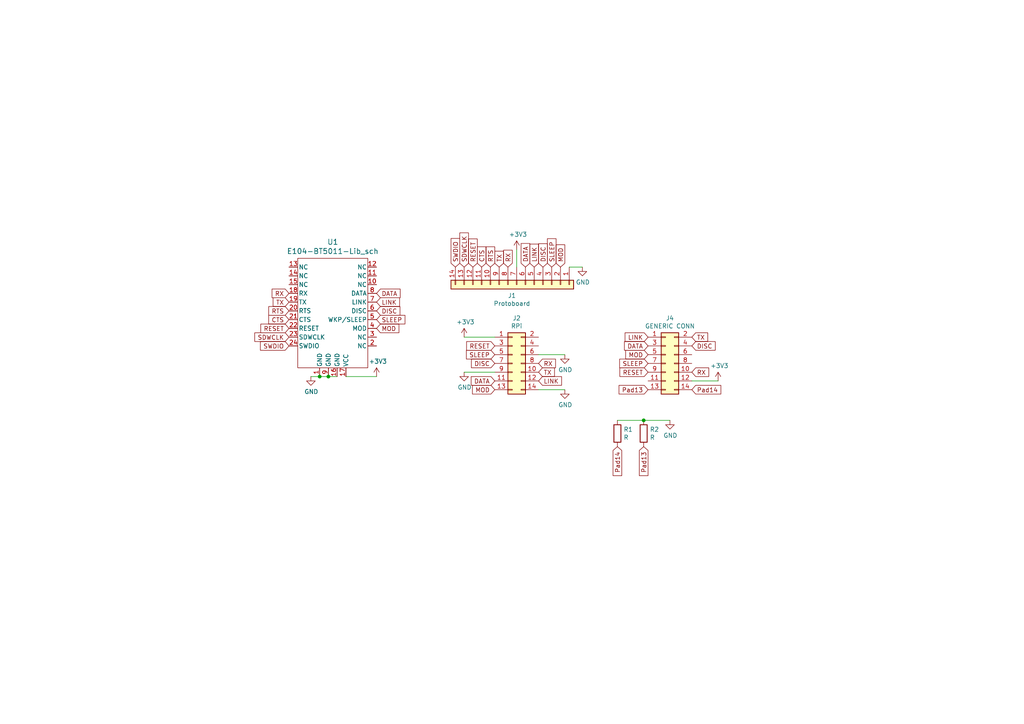
<source format=kicad_sch>
(kicad_sch (version 20230121) (generator eeschema)
  (paper "A4")
  (title_block (title "BT5011") (date "2021-11-23") (rev "v1.0") (comment 4 "Author: Luiz Oliveira"))
  (lib_symbols
    (symbol "BT5011_Generico-rescue:E104-BT5011-Lib_sch-MICRO-SOP_BLE-BT5011-rescue" (pin_names (offset 0.254))
      (property "Reference" "U" (at 2.54 27.94 0))
      (property "Value" "E104-BT5011-Lib_sch-MICRO-SOP_BLE-BT5011-rescue" (at 2.54 30.48 0))
      (symbol "E104-BT5011-Lib_sch-MICRO-SOP_BLE-BT5011-rescue_0_0"
        (pin bidirectional line (at -10.16 3.81 0) (length 2.54) (name "SDWCLK") (number "23"))
        (pin bidirectional line (at -10.16 1.27 0) (length 2.54) (name "SWDIO") (number "24"))
      )
      (symbol "E104-BT5011-Lib_sch-MICRO-SOP_BLE-BT5011-rescue_0_1"
        (rectangle (start -7.62 26.67) (end 12.7 -5.08))
      )
      (symbol "E104-BT5011-Lib_sch-MICRO-SOP_BLE-BT5011-rescue_1_1"
        (pin power_in line (at -1.27 -7.62 90) (length 2.54) (name "GND") (number "1"))
        (pin bidirectional line (at 15.24 19.05 180) (length 2.54) (name "NC") (number "10"))
        (pin bidirectional line (at 15.24 21.59 180) (length 2.54) (name "NC") (number "11"))
        (pin bidirectional line (at 15.24 24.13 180) (length 2.54) (name "NC") (number "12"))
        (pin bidirectional line (at -10.16 24.13 0) (length 2.54) (name "NC") (number "13"))
        (pin bidirectional line (at -10.16 21.59 0) (length 2.54) (name "NC") (number "14"))
        (pin bidirectional line (at -10.16 19.05 0) (length 2.54) (name "NC") (number "15"))
        (pin power_in line (at 3.81 -7.62 90) (length 2.54) (name "GND") (number "16"))
        (pin power_in line (at 6.35 -7.62 90) (length 2.54) (name "VCC") (number "17"))
        (pin bidirectional line (at -10.16 16.51 0) (length 2.54) (name "RX") (number "18"))
        (pin bidirectional line (at -10.16 13.97 0) (length 2.54) (name "TX") (number "19"))
        (pin bidirectional line (at 15.24 1.27 180) (length 2.54) (name "NC") (number "2"))
        (pin bidirectional line (at -10.16 11.43 0) (length 2.54) (name "RTS") (number "20"))
        (pin bidirectional line (at -10.16 8.89 0) (length 2.54) (name "CTS") (number "21"))
        (pin bidirectional line (at -10.16 6.35 0) (length 2.54) (name "RESET") (number "22"))
        (pin bidirectional line (at 15.24 3.81 180) (length 2.54) (name "NC") (number "3"))
        (pin bidirectional line (at 15.24 6.35 180) (length 2.54) (name "MOD") (number "4"))
        (pin bidirectional line (at 15.24 8.89 180) (length 2.54) (name "WKP/SLEEP") (number "5"))
        (pin bidirectional line (at 15.24 11.43 180) (length 2.54) (name "DISC") (number "6"))
        (pin bidirectional line (at 15.24 13.97 180) (length 2.54) (name "LINK") (number "7"))
        (pin bidirectional line (at 15.24 16.51 180) (length 2.54) (name "DATA") (number "8"))
        (pin power_in line (at 1.27 -7.62 90) (length 2.54) (name "GND") (number "9"))
      )
    )
    (symbol "Connector_Generic:Conn_01x14" (pin_names (offset 1.016) hide)
      (property "Reference" "J" (at 0 17.78 0))
      (property "Value" "Conn_01x14" (at 0 -20.32 0))
      (symbol "Conn_01x14_1_1"
        (rectangle (start -1.27 -17.653) (end 0 -17.907) (stroke (width 0.1524)))
        (rectangle (start -1.27 -15.113) (end 0 -15.367) (stroke (width 0.1524)))
        (rectangle (start -1.27 -12.573) (end 0 -12.827) (stroke (width 0.1524)))
        (rectangle (start -1.27 -10.033) (end 0 -10.287) (stroke (width 0.1524)))
        (rectangle (start -1.27 -7.493) (end 0 -7.747) (stroke (width 0.1524)))
        (rectangle (start -1.27 -4.953) (end 0 -5.207) (stroke (width 0.1524)))
        (rectangle (start -1.27 -2.413) (end 0 -2.667) (stroke (width 0.1524)))
        (rectangle (start -1.27 0.127) (end 0 -0.127) (stroke (width 0.1524)))
        (rectangle (start -1.27 2.667) (end 0 2.413) (stroke (width 0.1524)))
        (rectangle (start -1.27 5.207) (end 0 4.953) (stroke (width 0.1524)))
        (rectangle (start -1.27 7.747) (end 0 7.493) (stroke (width 0.1524)))
        (rectangle (start -1.27 10.287) (end 0 10.033) (stroke (width 0.1524)))
        (rectangle (start -1.27 12.827) (end 0 12.573) (stroke (width 0.1524)))
        (rectangle (start -1.27 15.367) (end 0 15.113) (stroke (width 0.1524)))
        (rectangle (start -1.27 16.51) (end 1.27 -19.05) (stroke (width 0.254)) (fill (type background)))
        (pin passive line (at -5.08 15.24 0) (length 3.81) (name "Pin_1") (number "1"))
        (pin passive line (at -5.08 -7.62 0) (length 3.81) (name "Pin_10") (number "10"))
        (pin passive line (at -5.08 -10.16 0) (length 3.81) (name "Pin_11") (number "11"))
        (pin passive line (at -5.08 -12.7 0) (length 3.81) (name "Pin_12") (number "12"))
        (pin passive line (at -5.08 -15.24 0) (length 3.81) (name "Pin_13") (number "13"))
        (pin passive line (at -5.08 -17.78 0) (length 3.81) (name "Pin_14") (number "14"))
        (pin passive line (at -5.08 12.7 0) (length 3.81) (name "Pin_2") (number "2"))
        (pin passive line (at -5.08 10.16 0) (length 3.81) (name "Pin_3") (number "3"))
        (pin passive line (at -5.08 7.62 0) (length 3.81) (name "Pin_4") (number "4"))
        (pin passive line (at -5.08 5.08 0) (length 3.81) (name "Pin_5") (number "5"))
        (pin passive line (at -5.08 2.54 0) (length 3.81) (name "Pin_6") (number "6"))
        (pin passive line (at -5.08 0 0) (length 3.81) (name "Pin_7") (number "7"))
        (pin passive line (at -5.08 -2.54 0) (length 3.81) (name "Pin_8") (number "8"))
        (pin passive line (at -5.08 -5.08 0) (length 3.81) (name "Pin_9") (number "9"))
      )
    )
    (symbol "Connector_Generic:Conn_02x07_Odd_Even" (pin_names (offset 1.016) hide)
      (property "Reference" "J" (at 1.27 10.16 0))
      (property "Value" "Conn_02x07_Odd_Even" (at 1.27 -10.16 0))
      (symbol "Conn_02x07_Odd_Even_1_1"
        (rectangle (start -1.27 -7.493) (end 0 -7.747) (stroke (width 0.1524)))
        (rectangle (start -1.27 -4.953) (end 0 -5.207) (stroke (width 0.1524)))
        (rectangle (start -1.27 -2.413) (end 0 -2.667) (stroke (width 0.1524)))
        (rectangle (start -1.27 0.127) (end 0 -0.127) (stroke (width 0.1524)))
        (rectangle (start -1.27 2.667) (end 0 2.413) (stroke (width 0.1524)))
        (rectangle (start -1.27 5.207) (end 0 4.953) (stroke (width 0.1524)))
        (rectangle (start -1.27 7.747) (end 0 7.493) (stroke (width 0.1524)))
        (rectangle (start -1.27 8.89) (end 3.81 -8.89) (stroke (width 0.254)) (fill (type background)))
        (rectangle (start 3.81 -7.493) (end 2.54 -7.747) (stroke (width 0.1524)))
        (rectangle (start 3.81 -4.953) (end 2.54 -5.207) (stroke (width 0.1524)))
        (rectangle (start 3.81 -2.413) (end 2.54 -2.667) (stroke (width 0.1524)))
        (rectangle (start 3.81 0.127) (end 2.54 -0.127) (stroke (width 0.1524)))
        (rectangle (start 3.81 2.667) (end 2.54 2.413) (stroke (width 0.1524)))
        (rectangle (start 3.81 5.207) (end 2.54 4.953) (stroke (width 0.1524)))
        (rectangle (start 3.81 7.747) (end 2.54 7.493) (stroke (width 0.1524)))
        (pin passive line (at -5.08 7.62 0) (length 3.81) (name "Pin_1") (number "1"))
        (pin passive line (at 7.62 -2.54 180) (length 3.81) (name "Pin_10") (number "10"))
        (pin passive line (at -5.08 -5.08 0) (length 3.81) (name "Pin_11") (number "11"))
        (pin passive line (at 7.62 -5.08 180) (length 3.81) (name "Pin_12") (number "12"))
        (pin passive line (at -5.08 -7.62 0) (length 3.81) (name "Pin_13") (number "13"))
        (pin passive line (at 7.62 -7.62 180) (length 3.81) (name "Pin_14") (number "14"))
        (pin passive line (at 7.62 7.62 180) (length 3.81) (name "Pin_2") (number "2"))
        (pin passive line (at -5.08 5.08 0) (length 3.81) (name "Pin_3") (number "3"))
        (pin passive line (at 7.62 5.08 180) (length 3.81) (name "Pin_4") (number "4"))
        (pin passive line (at -5.08 2.54 0) (length 3.81) (name "Pin_5") (number "5"))
        (pin passive line (at 7.62 2.54 180) (length 3.81) (name "Pin_6") (number "6"))
        (pin passive line (at -5.08 0 0) (length 3.81) (name "Pin_7") (number "7"))
        (pin passive line (at 7.62 0 180) (length 3.81) (name "Pin_8") (number "8"))
        (pin passive line (at -5.08 -2.54 0) (length 3.81) (name "Pin_9") (number "9"))
      )
    )
    (symbol "Device:R" (pin_numbers hide) (pin_names (offset 0))
      (property "Reference" "R" (at 2.032 0 90))
      (property "Value" "R" (at 0 0 90))
      (symbol "R_0_1"
        (rectangle (start -1.016 -2.54) (end 1.016 2.54) (stroke (width 0.254)))
      )
      (symbol "R_1_1"
        (pin passive line (at 0 3.81 270) (length 1.27) (name "~") (number "1"))
        (pin passive line (at 0 -3.81 90) (length 1.27) (name "~") (number "2"))
      )
    )
    (symbol "power:+3V3" (power) (pin_names (offset 0))
      (property "Value" "+3V3" (at 0 3.556 0))
      (symbol "+3V3_0_1"
        (polyline (pts (xy -0.762 1.27) (xy 0 2.54)))
        (polyline (pts (xy 0 0) (xy 0 2.54)))
        (polyline (pts (xy 0 2.54) (xy 0.762 1.27)))
      )
      (symbol "+3V3_1_1"
        (pin power_in line (at 0 0 90) (length 0) hide (name "+3V3") (number "1"))
      )
    )
    (symbol "power:GND" (power) (pin_names (offset 0))
      (property "Value" "GND" (at 0 -3.81 0))
      (symbol "GND_0_1"
        (polyline (pts (xy 0 0) (xy 0 -1.27) (xy 1.27 -1.27) (xy 0 -2.54) (xy -1.27 -1.27) (xy 0 -1.27)))
      )
      (symbol "GND_1_1"
        (pin power_in line (at 0 0 270) (length 0) hide (name "GND") (number "1"))
      )
    )
  )
  (junction (at 92.71 109.22))
  (junction (at 186.69 121.92))
  (junction (at 95.25 109.22))
  (wire (pts (xy 97.79 109.22) (xy 95.25 109.22)))
  (wire (pts (xy 200.66 110.49) (xy 208.28 110.49)))
  (wire (pts (xy 143.51 97.79) (xy 134.62 97.79)))
  (wire (pts (xy 143.51 107.95) (xy 134.62 107.95)))
  (wire (pts (xy 156.21 102.87) (xy 163.83 102.87)))
  (wire (pts (xy 186.69 121.92) (xy 194.31 121.92)))
  (wire (pts (xy 95.25 109.22) (xy 92.71 109.22)))
  (wire (pts (xy 156.21 113.03) (xy 163.83 113.03)))
  (wire (pts (xy 100.33 109.22) (xy 109.22 109.22)))
  (wire (pts (xy 165.1 77.47) (xy 168.91 77.47)))
  (wire (pts (xy 149.86 77.47) (xy 149.86 72.39)))
  (wire (pts (xy 179.07 121.92) (xy 186.69 121.92)))
  (wire (pts (xy 92.71 109.22) (xy 90.17 109.22)))
  (global_label "RTS" (shape input) (at 83.82 90.17 180) (property "Intersheetrefs" "${INTERSHEET_REFS}" (effects hide)))
  (global_label "LINK" (shape input) (at 156.21 110.49 0) (property "Intersheetrefs" "${INTERSHEET_REFS}" (effects hide)))
  (global_label "DISC" (shape input) (at 109.22 90.17 0) (property "Intersheetrefs" "${INTERSHEET_REFS}" (effects hide)))
  (global_label "Pad14" (shape input) (at 200.66 113.03 0) (property "Intersheetrefs" "${INTERSHEET_REFS}" (effects hide)))
  (global_label "TX" (shape input) (at 144.78 77.47 90) (property "Intersheetrefs" "${INTERSHEET_REFS}" (effects hide)))
  (global_label "SLEEP" (shape input) (at 160.02 77.47 90) (property "Intersheetrefs" "${INTERSHEET_REFS}" (effects hide)))
  (global_label "DISC" (shape input) (at 157.48 77.47 90) (property "Intersheetrefs" "${INTERSHEET_REFS}" (effects hide)))
  (global_label "DATA" (shape input) (at 152.4 77.47 90) (property "Intersheetrefs" "${INTERSHEET_REFS}" (effects hide)))
  (global_label "DISC" (shape input) (at 143.51 105.41 180) (property "Intersheetrefs" "${INTERSHEET_REFS}" (effects hide)))
  (global_label "LINK" (shape input) (at 187.96 97.79 180) (property "Intersheetrefs" "${INTERSHEET_REFS}" (effects hide)))
  (global_label "CTS" (shape input) (at 83.82 92.71 180) (property "Intersheetrefs" "${INTERSHEET_REFS}" (effects hide)))
  (global_label "RESET" (shape input) (at 187.96 107.95 180) (property "Intersheetrefs" "${INTERSHEET_REFS}" (effects hide)))
  (global_label "LINK" (shape input) (at 154.94 77.47 90) (property "Intersheetrefs" "${INTERSHEET_REFS}" (effects hide)))
  (global_label "RX" (shape input) (at 147.32 77.47 90) (property "Intersheetrefs" "${INTERSHEET_REFS}" (effects hide)))
  (global_label "SLEEP" (shape input) (at 109.22 92.71 0) (property "Intersheetrefs" "${INTERSHEET_REFS}" (effects hide)))
  (global_label "SWDIO" (shape input) (at 132.08 77.47 90) (property "Intersheetrefs" "${INTERSHEET_REFS}" (effects hide)))
  (global_label "RX" (shape input) (at 83.82 85.09 180) (property "Intersheetrefs" "${INTERSHEET_REFS}" (effects hide)))
  (global_label "SDWCLK" (shape input) (at 83.82 97.79 180) (property "Intersheetrefs" "${INTERSHEET_REFS}" (effects hide)))
  (global_label "DATA" (shape input) (at 143.51 110.49 180) (property "Intersheetrefs" "${INTERSHEET_REFS}" (effects hide)))
  (global_label "RESET" (shape input) (at 137.16 77.47 90) (property "Intersheetrefs" "${INTERSHEET_REFS}" (effects hide)))
  (global_label "MOD" (shape input) (at 162.56 77.47 90) (property "Intersheetrefs" "${INTERSHEET_REFS}" (effects hide)))
  (global_label "SLEEP" (shape input) (at 187.96 105.41 180) (property "Intersheetrefs" "${INTERSHEET_REFS}" (effects hide)))
  (global_label "TX" (shape input) (at 156.21 107.95 0) (property "Intersheetrefs" "${INTERSHEET_REFS}" (effects hide)))
  (global_label "RX" (shape input) (at 200.66 107.95 0) (property "Intersheetrefs" "${INTERSHEET_REFS}" (effects hide)))
  (global_label "CTS" (shape input) (at 139.7 77.47 90) (property "Intersheetrefs" "${INTERSHEET_REFS}" (effects hide)))
  (global_label "Pad14" (shape input) (at 179.07 129.54 270) (property "Intersheetrefs" "${INTERSHEET_REFS}" (effects hide)))
  (global_label "DATA" (shape input) (at 109.22 85.09 0) (property "Intersheetrefs" "${INTERSHEET_REFS}" (effects hide)))
  (global_label "MOD" (shape input) (at 187.96 102.87 180) (property "Intersheetrefs" "${INTERSHEET_REFS}" (effects hide)))
  (global_label "LINK" (shape input) (at 109.22 87.63 0) (property "Intersheetrefs" "${INTERSHEET_REFS}" (effects hide)))
  (global_label "Pad13" (shape input) (at 186.69 129.54 270) (property "Intersheetrefs" "${INTERSHEET_REFS}" (effects hide)))
  (global_label "RESET" (shape input) (at 83.82 95.25 180) (property "Intersheetrefs" "${INTERSHEET_REFS}" (effects hide)))
  (global_label "SLEEP" (shape input) (at 143.51 102.87 180) (property "Intersheetrefs" "${INTERSHEET_REFS}" (effects hide)))
  (global_label "MOD" (shape input) (at 109.22 95.25 0) (property "Intersheetrefs" "${INTERSHEET_REFS}" (effects hide)))
  (global_label "RX" (shape input) (at 156.21 105.41 0) (property "Intersheetrefs" "${INTERSHEET_REFS}" (effects hide)))
  (global_label "DATA" (shape input) (at 187.96 100.33 180) (property "Intersheetrefs" "${INTERSHEET_REFS}" (effects hide)))
  (global_label "Pad13" (shape input) (at 187.96 113.03 180) (property "Intersheetrefs" "${INTERSHEET_REFS}" (effects hide)))
  (global_label "SDWCLK" (shape input) (at 134.62 77.47 90) (property "Intersheetrefs" "${INTERSHEET_REFS}" (effects hide)))
  (global_label "DISC" (shape input) (at 200.66 100.33 0) (property "Intersheetrefs" "${INTERSHEET_REFS}" (effects hide)))
  (global_label "RESET" (shape input) (at 143.51 100.33 180) (property "Intersheetrefs" "${INTERSHEET_REFS}" (effects hide)))
  (global_label "SWDIO" (shape input) (at 83.82 100.33 180) (property "Intersheetrefs" "${INTERSHEET_REFS}" (effects hide)))
  (global_label "TX" (shape input) (at 200.66 97.79 0) (property "Intersheetrefs" "${INTERSHEET_REFS}" (effects hide)))
  (global_label "RTS" (shape input) (at 142.24 77.47 90) (property "Intersheetrefs" "${INTERSHEET_REFS}" (effects hide)))
  (global_label "MOD" (shape input) (at 143.51 113.03 180) (property "Intersheetrefs" "${INTERSHEET_REFS}" (effects hide)))
  (global_label "TX" (shape input) (at 83.82 87.63 180) (property "Intersheetrefs" "${INTERSHEET_REFS}" (effects hide)))
  (symbol (lib_id "BT5011_Generico-rescue:E104-BT5011-Lib_sch-MICRO-SOP_BLE-BT5011-rescue") (at 93.98 101.6 0) (unit 1)
    (property "Reference" "U1" (at 96.52 70.1802 0) (effects (font (size 1.524 1.524))))
    (property "Value" "E104-BT5011-Lib_sch" (at 96.52 72.8726 0) (effects (font (size 1.524 1.524))))
    (property "Footprint" "Lib_Footprint:E104-BT5011" (effects hide))
  )
  (symbol (lib_id "power:GND") (at 90.17 109.22 0) (unit 1)
    (property "Reference" "#PWR07" (effects hide))
    (property "Value" "GND" (at 90.297 113.6142 0))
  )
  (symbol (lib_id "Connector_Generic:Conn_01x14") (at 149.86 82.55 270) (unit 1)
    (property "Reference" "J1" (at 148.4884 85.725 90))
    (property "Value" "Protoboard" (at 148.4884 88.0364 90))
    (property "Footprint" "Connector_PinSocket_2.54mm:PinSocket_1x14_P2.54mm_Vertical" (effects hide))
  )
  (symbol (lib_id "power:GND") (at 168.91 77.47 0) (unit 1)
    (property "Reference" "#PWR02" (effects hide))
    (property "Value" "GND" (at 169.037 81.8642 0))
  )
  (symbol (lib_id "power:+3V3") (at 109.22 109.22 0) (unit 1)
    (property "Reference" "#PWR08" (effects hide))
    (property "Value" "+3V3" (at 109.601 104.8258 0))
  )
  (symbol (lib_id "power:+3V3") (at 149.86 72.39 0) (unit 1)
    (property "Reference" "#PWR01" (effects hide))
    (property "Value" "+3V3" (at 150.241 67.9958 0))
  )
  (symbol (lib_id "power:+3V3") (at 134.62 97.79 0) (unit 1)
    (property "Reference" "#PWR05" (effects hide))
    (property "Value" "+3V3" (at 135.001 93.3958 0))
  )
  (symbol (lib_id "power:GND") (at 163.83 102.87 0) (unit 1)
    (property "Reference" "#PWR06" (effects hide))
    (property "Value" "GND" (at 163.957 107.2642 0))
  )
  (symbol (lib_id "Connector_Generic:Conn_02x07_Odd_Even") (at 193.04 105.41 0) (unit 1)
    (property "Reference" "J4" (at 194.31 92.2782 0))
    (property "Value" "GENERIC CONN" (at 194.31 94.5896 0))
    (property "Footprint" "Connector_PinSocket_2.54mm:PinSocket_2x07_P2.54mm_Vertical" (effects hide))
  )
  (symbol (lib_id "power:+3V3") (at 208.28 110.49 0) (unit 1)
    (property "Reference" "#PWR09" (effects hide))
    (property "Value" "+3V3" (at 208.661 106.0958 0))
  )
  (symbol (lib_id "Device:R") (at 179.07 125.73 0) (unit 1)
    (property "Reference" "R1" (at 180.848 124.5616 0) (effects (justify left)))
    (property "Value" "R" (at 180.848 126.873 0) (effects (justify left)))
    (property "Footprint" "Resistor_SMD:R_0805_2012Metric" (effects hide))
  )
  (symbol (lib_id "Device:R") (at 186.69 125.73 0) (unit 1)
    (property "Reference" "R2" (at 188.468 124.5616 0) (effects (justify left)))
    (property "Value" "R" (at 188.468 126.873 0) (effects (justify left)))
    (property "Footprint" "Resistor_SMD:R_0805_2012Metric" (effects hide))
  )
  (symbol (lib_id "power:GND") (at 194.31 121.92 0) (unit 1)
    (property "Reference" "#PWR011" (effects hide))
    (property "Value" "GND" (at 194.437 126.3142 0))
  )
  (symbol (lib_id "power:GND") (at 134.62 107.95 0) (unit 1)
    (property "Reference" "#PWR0101" (effects hide))
    (property "Value" "GND" (at 134.747 112.3442 0))
  )
  (symbol (lib_id "Connector_Generic:Conn_02x07_Odd_Even") (at 148.59 105.41 0) (unit 1)
    (property "Reference" "J2" (at 149.86 92.2782 0))
    (property "Value" "RPi" (at 149.86 94.5896 0))
    (property "Footprint" "Connector_PinSocket_2.54mm:PinSocket_2x07_P2.54mm_Vertical" (effects hide))
  )
  (symbol (lib_id "power:GND") (at 163.83 113.03 0) (unit 1)
    (property "Reference" "#PWR0102" (effects hide))
    (property "Value" "GND" (at 163.957 117.4242 0))
  )
)
</source>
